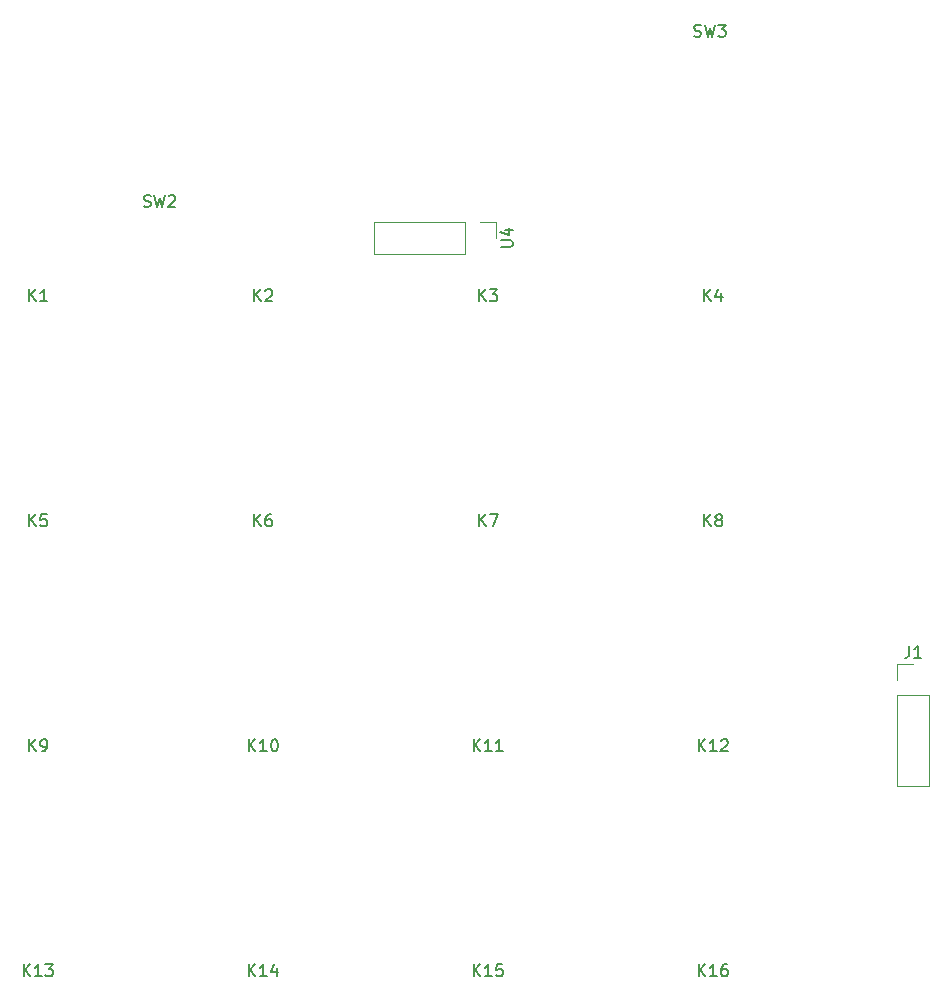
<source format=gbr>
%TF.GenerationSoftware,KiCad,Pcbnew,(5.1.6)-1*%
%TF.CreationDate,2020-09-22T21:49:09-05:00*%
%TF.ProjectId,rocketboard-16,726f636b-6574-4626-9f61-72642d31362e,1.1*%
%TF.SameCoordinates,Original*%
%TF.FileFunction,Legend,Top*%
%TF.FilePolarity,Positive*%
%FSLAX46Y46*%
G04 Gerber Fmt 4.6, Leading zero omitted, Abs format (unit mm)*
G04 Created by KiCad (PCBNEW (5.1.6)-1) date 2020-09-22 21:49:09*
%MOMM*%
%LPD*%
G01*
G04 APERTURE LIST*
%ADD10C,0.120000*%
%ADD11C,0.150000*%
G04 APERTURE END LIST*
D10*
%TO.C,U4*%
X128250000Y-70670000D02*
X128250000Y-72000000D01*
X126920000Y-70670000D02*
X128250000Y-70670000D01*
X125650000Y-70670000D02*
X125650000Y-73330000D01*
X125650000Y-73330000D02*
X117970000Y-73330000D01*
X125650000Y-70670000D02*
X117970000Y-70670000D01*
X117970000Y-70670000D02*
X117970000Y-73330000D01*
%TO.C,J1*%
X162270000Y-118350000D02*
X164930000Y-118350000D01*
X162270000Y-110670000D02*
X162270000Y-118350000D01*
X164930000Y-110670000D02*
X164930000Y-118350000D01*
X162270000Y-110670000D02*
X164930000Y-110670000D01*
X162270000Y-109400000D02*
X162270000Y-108070000D01*
X162270000Y-108070000D02*
X163600000Y-108070000D01*
%TO.C,SW3*%
D11*
X145056666Y-54904761D02*
X145199523Y-54952380D01*
X145437619Y-54952380D01*
X145532857Y-54904761D01*
X145580476Y-54857142D01*
X145628095Y-54761904D01*
X145628095Y-54666666D01*
X145580476Y-54571428D01*
X145532857Y-54523809D01*
X145437619Y-54476190D01*
X145247142Y-54428571D01*
X145151904Y-54380952D01*
X145104285Y-54333333D01*
X145056666Y-54238095D01*
X145056666Y-54142857D01*
X145104285Y-54047619D01*
X145151904Y-54000000D01*
X145247142Y-53952380D01*
X145485238Y-53952380D01*
X145628095Y-54000000D01*
X145961428Y-53952380D02*
X146199523Y-54952380D01*
X146390000Y-54238095D01*
X146580476Y-54952380D01*
X146818571Y-53952380D01*
X147104285Y-53952380D02*
X147723333Y-53952380D01*
X147390000Y-54333333D01*
X147532857Y-54333333D01*
X147628095Y-54380952D01*
X147675714Y-54428571D01*
X147723333Y-54523809D01*
X147723333Y-54761904D01*
X147675714Y-54857142D01*
X147628095Y-54904761D01*
X147532857Y-54952380D01*
X147247142Y-54952380D01*
X147151904Y-54904761D01*
X147104285Y-54857142D01*
%TO.C,SW2*%
X98466666Y-69304761D02*
X98609523Y-69352380D01*
X98847619Y-69352380D01*
X98942857Y-69304761D01*
X98990476Y-69257142D01*
X99038095Y-69161904D01*
X99038095Y-69066666D01*
X98990476Y-68971428D01*
X98942857Y-68923809D01*
X98847619Y-68876190D01*
X98657142Y-68828571D01*
X98561904Y-68780952D01*
X98514285Y-68733333D01*
X98466666Y-68638095D01*
X98466666Y-68542857D01*
X98514285Y-68447619D01*
X98561904Y-68400000D01*
X98657142Y-68352380D01*
X98895238Y-68352380D01*
X99038095Y-68400000D01*
X99371428Y-68352380D02*
X99609523Y-69352380D01*
X99800000Y-68638095D01*
X99990476Y-69352380D01*
X100228571Y-68352380D01*
X100561904Y-68447619D02*
X100609523Y-68400000D01*
X100704761Y-68352380D01*
X100942857Y-68352380D01*
X101038095Y-68400000D01*
X101085714Y-68447619D01*
X101133333Y-68542857D01*
X101133333Y-68638095D01*
X101085714Y-68780952D01*
X100514285Y-69352380D01*
X101133333Y-69352380D01*
%TO.C,K16*%
X145435714Y-134502380D02*
X145435714Y-133502380D01*
X146007142Y-134502380D02*
X145578571Y-133930952D01*
X146007142Y-133502380D02*
X145435714Y-134073809D01*
X146959523Y-134502380D02*
X146388095Y-134502380D01*
X146673809Y-134502380D02*
X146673809Y-133502380D01*
X146578571Y-133645238D01*
X146483333Y-133740476D01*
X146388095Y-133788095D01*
X147816666Y-133502380D02*
X147626190Y-133502380D01*
X147530952Y-133550000D01*
X147483333Y-133597619D01*
X147388095Y-133740476D01*
X147340476Y-133930952D01*
X147340476Y-134311904D01*
X147388095Y-134407142D01*
X147435714Y-134454761D01*
X147530952Y-134502380D01*
X147721428Y-134502380D01*
X147816666Y-134454761D01*
X147864285Y-134407142D01*
X147911904Y-134311904D01*
X147911904Y-134073809D01*
X147864285Y-133978571D01*
X147816666Y-133930952D01*
X147721428Y-133883333D01*
X147530952Y-133883333D01*
X147435714Y-133930952D01*
X147388095Y-133978571D01*
X147340476Y-134073809D01*
%TO.C,K15*%
X126385714Y-134502380D02*
X126385714Y-133502380D01*
X126957142Y-134502380D02*
X126528571Y-133930952D01*
X126957142Y-133502380D02*
X126385714Y-134073809D01*
X127909523Y-134502380D02*
X127338095Y-134502380D01*
X127623809Y-134502380D02*
X127623809Y-133502380D01*
X127528571Y-133645238D01*
X127433333Y-133740476D01*
X127338095Y-133788095D01*
X128814285Y-133502380D02*
X128338095Y-133502380D01*
X128290476Y-133978571D01*
X128338095Y-133930952D01*
X128433333Y-133883333D01*
X128671428Y-133883333D01*
X128766666Y-133930952D01*
X128814285Y-133978571D01*
X128861904Y-134073809D01*
X128861904Y-134311904D01*
X128814285Y-134407142D01*
X128766666Y-134454761D01*
X128671428Y-134502380D01*
X128433333Y-134502380D01*
X128338095Y-134454761D01*
X128290476Y-134407142D01*
%TO.C,K14*%
X107335714Y-134502380D02*
X107335714Y-133502380D01*
X107907142Y-134502380D02*
X107478571Y-133930952D01*
X107907142Y-133502380D02*
X107335714Y-134073809D01*
X108859523Y-134502380D02*
X108288095Y-134502380D01*
X108573809Y-134502380D02*
X108573809Y-133502380D01*
X108478571Y-133645238D01*
X108383333Y-133740476D01*
X108288095Y-133788095D01*
X109716666Y-133835714D02*
X109716666Y-134502380D01*
X109478571Y-133454761D02*
X109240476Y-134169047D01*
X109859523Y-134169047D01*
%TO.C,K13*%
X88285714Y-134502380D02*
X88285714Y-133502380D01*
X88857142Y-134502380D02*
X88428571Y-133930952D01*
X88857142Y-133502380D02*
X88285714Y-134073809D01*
X89809523Y-134502380D02*
X89238095Y-134502380D01*
X89523809Y-134502380D02*
X89523809Y-133502380D01*
X89428571Y-133645238D01*
X89333333Y-133740476D01*
X89238095Y-133788095D01*
X90142857Y-133502380D02*
X90761904Y-133502380D01*
X90428571Y-133883333D01*
X90571428Y-133883333D01*
X90666666Y-133930952D01*
X90714285Y-133978571D01*
X90761904Y-134073809D01*
X90761904Y-134311904D01*
X90714285Y-134407142D01*
X90666666Y-134454761D01*
X90571428Y-134502380D01*
X90285714Y-134502380D01*
X90190476Y-134454761D01*
X90142857Y-134407142D01*
%TO.C,K12*%
X145435714Y-115452380D02*
X145435714Y-114452380D01*
X146007142Y-115452380D02*
X145578571Y-114880952D01*
X146007142Y-114452380D02*
X145435714Y-115023809D01*
X146959523Y-115452380D02*
X146388095Y-115452380D01*
X146673809Y-115452380D02*
X146673809Y-114452380D01*
X146578571Y-114595238D01*
X146483333Y-114690476D01*
X146388095Y-114738095D01*
X147340476Y-114547619D02*
X147388095Y-114500000D01*
X147483333Y-114452380D01*
X147721428Y-114452380D01*
X147816666Y-114500000D01*
X147864285Y-114547619D01*
X147911904Y-114642857D01*
X147911904Y-114738095D01*
X147864285Y-114880952D01*
X147292857Y-115452380D01*
X147911904Y-115452380D01*
%TO.C,K11*%
X126385714Y-115452380D02*
X126385714Y-114452380D01*
X126957142Y-115452380D02*
X126528571Y-114880952D01*
X126957142Y-114452380D02*
X126385714Y-115023809D01*
X127909523Y-115452380D02*
X127338095Y-115452380D01*
X127623809Y-115452380D02*
X127623809Y-114452380D01*
X127528571Y-114595238D01*
X127433333Y-114690476D01*
X127338095Y-114738095D01*
X128861904Y-115452380D02*
X128290476Y-115452380D01*
X128576190Y-115452380D02*
X128576190Y-114452380D01*
X128480952Y-114595238D01*
X128385714Y-114690476D01*
X128290476Y-114738095D01*
%TO.C,K10*%
X107335714Y-115452380D02*
X107335714Y-114452380D01*
X107907142Y-115452380D02*
X107478571Y-114880952D01*
X107907142Y-114452380D02*
X107335714Y-115023809D01*
X108859523Y-115452380D02*
X108288095Y-115452380D01*
X108573809Y-115452380D02*
X108573809Y-114452380D01*
X108478571Y-114595238D01*
X108383333Y-114690476D01*
X108288095Y-114738095D01*
X109478571Y-114452380D02*
X109573809Y-114452380D01*
X109669047Y-114500000D01*
X109716666Y-114547619D01*
X109764285Y-114642857D01*
X109811904Y-114833333D01*
X109811904Y-115071428D01*
X109764285Y-115261904D01*
X109716666Y-115357142D01*
X109669047Y-115404761D01*
X109573809Y-115452380D01*
X109478571Y-115452380D01*
X109383333Y-115404761D01*
X109335714Y-115357142D01*
X109288095Y-115261904D01*
X109240476Y-115071428D01*
X109240476Y-114833333D01*
X109288095Y-114642857D01*
X109335714Y-114547619D01*
X109383333Y-114500000D01*
X109478571Y-114452380D01*
%TO.C,K9*%
X88761904Y-115452380D02*
X88761904Y-114452380D01*
X89333333Y-115452380D02*
X88904761Y-114880952D01*
X89333333Y-114452380D02*
X88761904Y-115023809D01*
X89809523Y-115452380D02*
X90000000Y-115452380D01*
X90095238Y-115404761D01*
X90142857Y-115357142D01*
X90238095Y-115214285D01*
X90285714Y-115023809D01*
X90285714Y-114642857D01*
X90238095Y-114547619D01*
X90190476Y-114500000D01*
X90095238Y-114452380D01*
X89904761Y-114452380D01*
X89809523Y-114500000D01*
X89761904Y-114547619D01*
X89714285Y-114642857D01*
X89714285Y-114880952D01*
X89761904Y-114976190D01*
X89809523Y-115023809D01*
X89904761Y-115071428D01*
X90095238Y-115071428D01*
X90190476Y-115023809D01*
X90238095Y-114976190D01*
X90285714Y-114880952D01*
%TO.C,K8*%
X145911904Y-96402380D02*
X145911904Y-95402380D01*
X146483333Y-96402380D02*
X146054761Y-95830952D01*
X146483333Y-95402380D02*
X145911904Y-95973809D01*
X147054761Y-95830952D02*
X146959523Y-95783333D01*
X146911904Y-95735714D01*
X146864285Y-95640476D01*
X146864285Y-95592857D01*
X146911904Y-95497619D01*
X146959523Y-95450000D01*
X147054761Y-95402380D01*
X147245238Y-95402380D01*
X147340476Y-95450000D01*
X147388095Y-95497619D01*
X147435714Y-95592857D01*
X147435714Y-95640476D01*
X147388095Y-95735714D01*
X147340476Y-95783333D01*
X147245238Y-95830952D01*
X147054761Y-95830952D01*
X146959523Y-95878571D01*
X146911904Y-95926190D01*
X146864285Y-96021428D01*
X146864285Y-96211904D01*
X146911904Y-96307142D01*
X146959523Y-96354761D01*
X147054761Y-96402380D01*
X147245238Y-96402380D01*
X147340476Y-96354761D01*
X147388095Y-96307142D01*
X147435714Y-96211904D01*
X147435714Y-96021428D01*
X147388095Y-95926190D01*
X147340476Y-95878571D01*
X147245238Y-95830952D01*
%TO.C,K7*%
X126861904Y-96402380D02*
X126861904Y-95402380D01*
X127433333Y-96402380D02*
X127004761Y-95830952D01*
X127433333Y-95402380D02*
X126861904Y-95973809D01*
X127766666Y-95402380D02*
X128433333Y-95402380D01*
X128004761Y-96402380D01*
%TO.C,K6*%
X107811904Y-96402380D02*
X107811904Y-95402380D01*
X108383333Y-96402380D02*
X107954761Y-95830952D01*
X108383333Y-95402380D02*
X107811904Y-95973809D01*
X109240476Y-95402380D02*
X109050000Y-95402380D01*
X108954761Y-95450000D01*
X108907142Y-95497619D01*
X108811904Y-95640476D01*
X108764285Y-95830952D01*
X108764285Y-96211904D01*
X108811904Y-96307142D01*
X108859523Y-96354761D01*
X108954761Y-96402380D01*
X109145238Y-96402380D01*
X109240476Y-96354761D01*
X109288095Y-96307142D01*
X109335714Y-96211904D01*
X109335714Y-95973809D01*
X109288095Y-95878571D01*
X109240476Y-95830952D01*
X109145238Y-95783333D01*
X108954761Y-95783333D01*
X108859523Y-95830952D01*
X108811904Y-95878571D01*
X108764285Y-95973809D01*
%TO.C,K5*%
X88761904Y-96402380D02*
X88761904Y-95402380D01*
X89333333Y-96402380D02*
X88904761Y-95830952D01*
X89333333Y-95402380D02*
X88761904Y-95973809D01*
X90238095Y-95402380D02*
X89761904Y-95402380D01*
X89714285Y-95878571D01*
X89761904Y-95830952D01*
X89857142Y-95783333D01*
X90095238Y-95783333D01*
X90190476Y-95830952D01*
X90238095Y-95878571D01*
X90285714Y-95973809D01*
X90285714Y-96211904D01*
X90238095Y-96307142D01*
X90190476Y-96354761D01*
X90095238Y-96402380D01*
X89857142Y-96402380D01*
X89761904Y-96354761D01*
X89714285Y-96307142D01*
%TO.C,K4*%
X145911904Y-77352380D02*
X145911904Y-76352380D01*
X146483333Y-77352380D02*
X146054761Y-76780952D01*
X146483333Y-76352380D02*
X145911904Y-76923809D01*
X147340476Y-76685714D02*
X147340476Y-77352380D01*
X147102380Y-76304761D02*
X146864285Y-77019047D01*
X147483333Y-77019047D01*
%TO.C,K3*%
X126861904Y-77352380D02*
X126861904Y-76352380D01*
X127433333Y-77352380D02*
X127004761Y-76780952D01*
X127433333Y-76352380D02*
X126861904Y-76923809D01*
X127766666Y-76352380D02*
X128385714Y-76352380D01*
X128052380Y-76733333D01*
X128195238Y-76733333D01*
X128290476Y-76780952D01*
X128338095Y-76828571D01*
X128385714Y-76923809D01*
X128385714Y-77161904D01*
X128338095Y-77257142D01*
X128290476Y-77304761D01*
X128195238Y-77352380D01*
X127909523Y-77352380D01*
X127814285Y-77304761D01*
X127766666Y-77257142D01*
%TO.C,K2*%
X107811904Y-77352380D02*
X107811904Y-76352380D01*
X108383333Y-77352380D02*
X107954761Y-76780952D01*
X108383333Y-76352380D02*
X107811904Y-76923809D01*
X108764285Y-76447619D02*
X108811904Y-76400000D01*
X108907142Y-76352380D01*
X109145238Y-76352380D01*
X109240476Y-76400000D01*
X109288095Y-76447619D01*
X109335714Y-76542857D01*
X109335714Y-76638095D01*
X109288095Y-76780952D01*
X108716666Y-77352380D01*
X109335714Y-77352380D01*
%TO.C,K1*%
X88761904Y-77352380D02*
X88761904Y-76352380D01*
X89333333Y-77352380D02*
X88904761Y-76780952D01*
X89333333Y-76352380D02*
X88761904Y-76923809D01*
X90285714Y-77352380D02*
X89714285Y-77352380D01*
X90000000Y-77352380D02*
X90000000Y-76352380D01*
X89904761Y-76495238D01*
X89809523Y-76590476D01*
X89714285Y-76638095D01*
%TO.C,U4*%
X128702380Y-72761904D02*
X129511904Y-72761904D01*
X129607142Y-72714285D01*
X129654761Y-72666666D01*
X129702380Y-72571428D01*
X129702380Y-72380952D01*
X129654761Y-72285714D01*
X129607142Y-72238095D01*
X129511904Y-72190476D01*
X128702380Y-72190476D01*
X129035714Y-71285714D02*
X129702380Y-71285714D01*
X128654761Y-71523809D02*
X129369047Y-71761904D01*
X129369047Y-71142857D01*
%TO.C,J1*%
X163266666Y-106522380D02*
X163266666Y-107236666D01*
X163219047Y-107379523D01*
X163123809Y-107474761D01*
X162980952Y-107522380D01*
X162885714Y-107522380D01*
X164266666Y-107522380D02*
X163695238Y-107522380D01*
X163980952Y-107522380D02*
X163980952Y-106522380D01*
X163885714Y-106665238D01*
X163790476Y-106760476D01*
X163695238Y-106808095D01*
%TD*%
M02*

</source>
